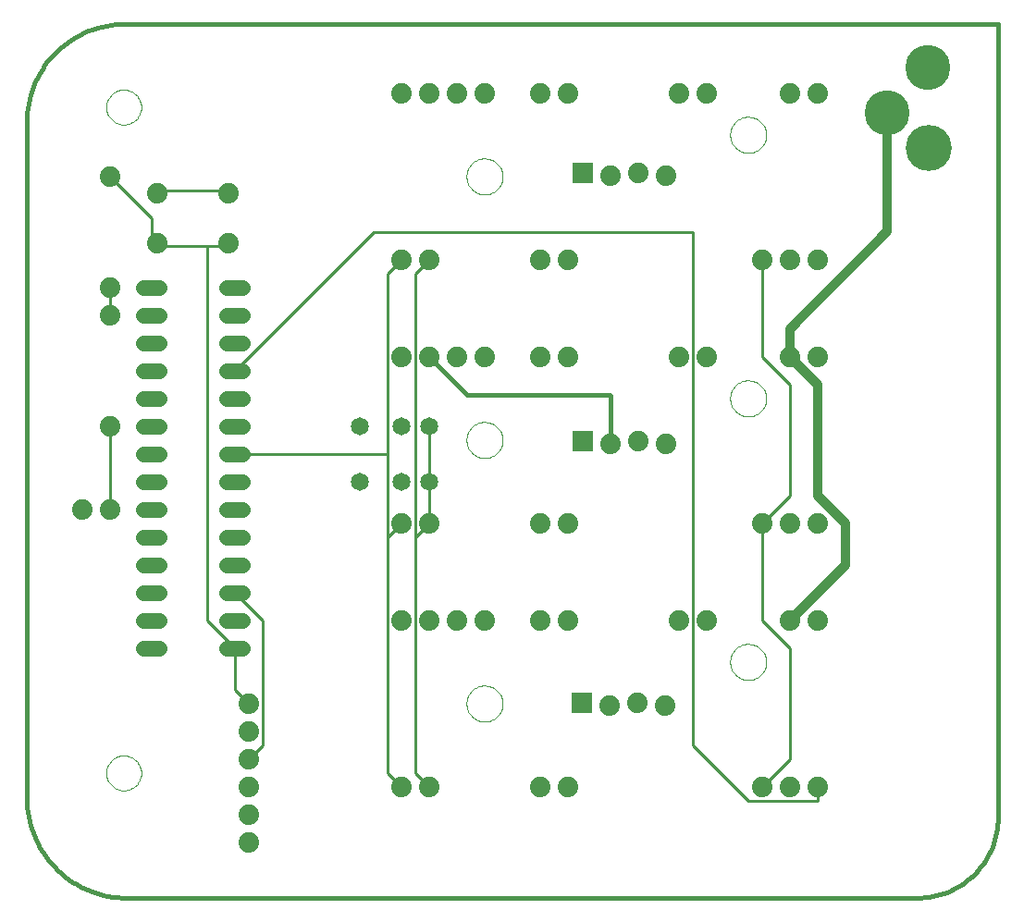
<source format=gtl>
G75*
G70*
%OFA0B0*%
%FSLAX24Y24*%
%IPPOS*%
%LPD*%
%AMOC8*
5,1,8,0,0,1.08239X$1,22.5*
%
%ADD10C,0.0160*%
%ADD11C,0.0000*%
%ADD12C,0.0560*%
%ADD13C,0.0650*%
%ADD14C,0.1660*%
%ADD15C,0.1620*%
%ADD16C,0.0740*%
%ADD17R,0.0740X0.0740*%
%ADD18C,0.0100*%
%ADD19C,0.0320*%
D10*
X003786Y000180D02*
X032265Y000180D01*
X032404Y000183D01*
X032542Y000193D01*
X032680Y000210D01*
X032817Y000233D01*
X032952Y000262D01*
X033086Y000298D01*
X033218Y000340D01*
X033348Y000389D01*
X033476Y000443D01*
X033601Y000504D01*
X033723Y000571D01*
X033841Y000643D01*
X033956Y000721D01*
X034067Y000804D01*
X034174Y000892D01*
X034277Y000985D01*
X034375Y001083D01*
X034468Y001186D01*
X034556Y001293D01*
X034639Y001404D01*
X034717Y001519D01*
X034789Y001638D01*
X034856Y001759D01*
X034917Y001884D01*
X034971Y002012D01*
X035020Y002142D01*
X035062Y002274D01*
X035098Y002408D01*
X035127Y002543D01*
X035150Y002680D01*
X035167Y002818D01*
X035177Y002956D01*
X035180Y003095D01*
X035180Y031680D01*
X003716Y031680D01*
X003548Y031676D01*
X003380Y031664D01*
X003213Y031644D01*
X003047Y031616D01*
X002882Y031580D01*
X002720Y031537D01*
X002559Y031486D01*
X002402Y031427D01*
X002247Y031360D01*
X002096Y031287D01*
X001948Y031206D01*
X001804Y031119D01*
X001665Y031024D01*
X001530Y030923D01*
X001400Y030816D01*
X001276Y030703D01*
X001157Y030584D01*
X001044Y030460D01*
X000937Y030330D01*
X000836Y030195D01*
X000741Y030056D01*
X000654Y029912D01*
X000573Y029764D01*
X000500Y029613D01*
X000433Y029458D01*
X000374Y029301D01*
X000323Y029140D01*
X000280Y028978D01*
X000244Y028813D01*
X000216Y028647D01*
X000196Y028480D01*
X000184Y028312D01*
X000180Y028144D01*
X000180Y003786D01*
X000184Y003614D01*
X000196Y003443D01*
X000217Y003273D01*
X000245Y003104D01*
X000282Y002936D01*
X000326Y002770D01*
X000378Y002607D01*
X000438Y002446D01*
X000506Y002288D01*
X000581Y002134D01*
X000663Y001983D01*
X000752Y001836D01*
X000849Y001694D01*
X000951Y001557D01*
X001061Y001425D01*
X001176Y001298D01*
X001298Y001176D01*
X001425Y001061D01*
X001557Y000951D01*
X001694Y000849D01*
X001836Y000752D01*
X001983Y000663D01*
X002134Y000581D01*
X002288Y000506D01*
X002446Y000438D01*
X002607Y000378D01*
X002770Y000326D01*
X002936Y000282D01*
X003104Y000245D01*
X003273Y000217D01*
X003443Y000196D01*
X003614Y000184D01*
X003786Y000180D01*
X021221Y016557D02*
X021221Y018268D01*
X021196Y018292D01*
X016068Y018292D01*
X014680Y019680D01*
D11*
X016030Y016680D02*
X016032Y016730D01*
X016038Y016780D01*
X016048Y016830D01*
X016061Y016878D01*
X016078Y016926D01*
X016099Y016972D01*
X016123Y017016D01*
X016151Y017058D01*
X016182Y017098D01*
X016216Y017135D01*
X016253Y017170D01*
X016292Y017201D01*
X016333Y017230D01*
X016377Y017255D01*
X016423Y017277D01*
X016470Y017295D01*
X016518Y017309D01*
X016567Y017320D01*
X016617Y017327D01*
X016667Y017330D01*
X016718Y017329D01*
X016768Y017324D01*
X016818Y017315D01*
X016866Y017303D01*
X016914Y017286D01*
X016960Y017266D01*
X017005Y017243D01*
X017048Y017216D01*
X017088Y017186D01*
X017126Y017153D01*
X017161Y017117D01*
X017194Y017078D01*
X017223Y017037D01*
X017249Y016994D01*
X017272Y016949D01*
X017291Y016902D01*
X017306Y016854D01*
X017318Y016805D01*
X017326Y016755D01*
X017330Y016705D01*
X017330Y016655D01*
X017326Y016605D01*
X017318Y016555D01*
X017306Y016506D01*
X017291Y016458D01*
X017272Y016411D01*
X017249Y016366D01*
X017223Y016323D01*
X017194Y016282D01*
X017161Y016243D01*
X017126Y016207D01*
X017088Y016174D01*
X017048Y016144D01*
X017005Y016117D01*
X016960Y016094D01*
X016914Y016074D01*
X016866Y016057D01*
X016818Y016045D01*
X016768Y016036D01*
X016718Y016031D01*
X016667Y016030D01*
X016617Y016033D01*
X016567Y016040D01*
X016518Y016051D01*
X016470Y016065D01*
X016423Y016083D01*
X016377Y016105D01*
X016333Y016130D01*
X016292Y016159D01*
X016253Y016190D01*
X016216Y016225D01*
X016182Y016262D01*
X016151Y016302D01*
X016123Y016344D01*
X016099Y016388D01*
X016078Y016434D01*
X016061Y016482D01*
X016048Y016530D01*
X016038Y016580D01*
X016032Y016630D01*
X016030Y016680D01*
X016030Y026180D02*
X016032Y026230D01*
X016038Y026280D01*
X016048Y026330D01*
X016061Y026378D01*
X016078Y026426D01*
X016099Y026472D01*
X016123Y026516D01*
X016151Y026558D01*
X016182Y026598D01*
X016216Y026635D01*
X016253Y026670D01*
X016292Y026701D01*
X016333Y026730D01*
X016377Y026755D01*
X016423Y026777D01*
X016470Y026795D01*
X016518Y026809D01*
X016567Y026820D01*
X016617Y026827D01*
X016667Y026830D01*
X016718Y026829D01*
X016768Y026824D01*
X016818Y026815D01*
X016866Y026803D01*
X016914Y026786D01*
X016960Y026766D01*
X017005Y026743D01*
X017048Y026716D01*
X017088Y026686D01*
X017126Y026653D01*
X017161Y026617D01*
X017194Y026578D01*
X017223Y026537D01*
X017249Y026494D01*
X017272Y026449D01*
X017291Y026402D01*
X017306Y026354D01*
X017318Y026305D01*
X017326Y026255D01*
X017330Y026205D01*
X017330Y026155D01*
X017326Y026105D01*
X017318Y026055D01*
X017306Y026006D01*
X017291Y025958D01*
X017272Y025911D01*
X017249Y025866D01*
X017223Y025823D01*
X017194Y025782D01*
X017161Y025743D01*
X017126Y025707D01*
X017088Y025674D01*
X017048Y025644D01*
X017005Y025617D01*
X016960Y025594D01*
X016914Y025574D01*
X016866Y025557D01*
X016818Y025545D01*
X016768Y025536D01*
X016718Y025531D01*
X016667Y025530D01*
X016617Y025533D01*
X016567Y025540D01*
X016518Y025551D01*
X016470Y025565D01*
X016423Y025583D01*
X016377Y025605D01*
X016333Y025630D01*
X016292Y025659D01*
X016253Y025690D01*
X016216Y025725D01*
X016182Y025762D01*
X016151Y025802D01*
X016123Y025844D01*
X016099Y025888D01*
X016078Y025934D01*
X016061Y025982D01*
X016048Y026030D01*
X016038Y026080D01*
X016032Y026130D01*
X016030Y026180D01*
X025530Y027680D02*
X025532Y027730D01*
X025538Y027780D01*
X025548Y027830D01*
X025561Y027878D01*
X025578Y027926D01*
X025599Y027972D01*
X025623Y028016D01*
X025651Y028058D01*
X025682Y028098D01*
X025716Y028135D01*
X025753Y028170D01*
X025792Y028201D01*
X025833Y028230D01*
X025877Y028255D01*
X025923Y028277D01*
X025970Y028295D01*
X026018Y028309D01*
X026067Y028320D01*
X026117Y028327D01*
X026167Y028330D01*
X026218Y028329D01*
X026268Y028324D01*
X026318Y028315D01*
X026366Y028303D01*
X026414Y028286D01*
X026460Y028266D01*
X026505Y028243D01*
X026548Y028216D01*
X026588Y028186D01*
X026626Y028153D01*
X026661Y028117D01*
X026694Y028078D01*
X026723Y028037D01*
X026749Y027994D01*
X026772Y027949D01*
X026791Y027902D01*
X026806Y027854D01*
X026818Y027805D01*
X026826Y027755D01*
X026830Y027705D01*
X026830Y027655D01*
X026826Y027605D01*
X026818Y027555D01*
X026806Y027506D01*
X026791Y027458D01*
X026772Y027411D01*
X026749Y027366D01*
X026723Y027323D01*
X026694Y027282D01*
X026661Y027243D01*
X026626Y027207D01*
X026588Y027174D01*
X026548Y027144D01*
X026505Y027117D01*
X026460Y027094D01*
X026414Y027074D01*
X026366Y027057D01*
X026318Y027045D01*
X026268Y027036D01*
X026218Y027031D01*
X026167Y027030D01*
X026117Y027033D01*
X026067Y027040D01*
X026018Y027051D01*
X025970Y027065D01*
X025923Y027083D01*
X025877Y027105D01*
X025833Y027130D01*
X025792Y027159D01*
X025753Y027190D01*
X025716Y027225D01*
X025682Y027262D01*
X025651Y027302D01*
X025623Y027344D01*
X025599Y027388D01*
X025578Y027434D01*
X025561Y027482D01*
X025548Y027530D01*
X025538Y027580D01*
X025532Y027630D01*
X025530Y027680D01*
X025530Y018180D02*
X025532Y018230D01*
X025538Y018280D01*
X025548Y018330D01*
X025561Y018378D01*
X025578Y018426D01*
X025599Y018472D01*
X025623Y018516D01*
X025651Y018558D01*
X025682Y018598D01*
X025716Y018635D01*
X025753Y018670D01*
X025792Y018701D01*
X025833Y018730D01*
X025877Y018755D01*
X025923Y018777D01*
X025970Y018795D01*
X026018Y018809D01*
X026067Y018820D01*
X026117Y018827D01*
X026167Y018830D01*
X026218Y018829D01*
X026268Y018824D01*
X026318Y018815D01*
X026366Y018803D01*
X026414Y018786D01*
X026460Y018766D01*
X026505Y018743D01*
X026548Y018716D01*
X026588Y018686D01*
X026626Y018653D01*
X026661Y018617D01*
X026694Y018578D01*
X026723Y018537D01*
X026749Y018494D01*
X026772Y018449D01*
X026791Y018402D01*
X026806Y018354D01*
X026818Y018305D01*
X026826Y018255D01*
X026830Y018205D01*
X026830Y018155D01*
X026826Y018105D01*
X026818Y018055D01*
X026806Y018006D01*
X026791Y017958D01*
X026772Y017911D01*
X026749Y017866D01*
X026723Y017823D01*
X026694Y017782D01*
X026661Y017743D01*
X026626Y017707D01*
X026588Y017674D01*
X026548Y017644D01*
X026505Y017617D01*
X026460Y017594D01*
X026414Y017574D01*
X026366Y017557D01*
X026318Y017545D01*
X026268Y017536D01*
X026218Y017531D01*
X026167Y017530D01*
X026117Y017533D01*
X026067Y017540D01*
X026018Y017551D01*
X025970Y017565D01*
X025923Y017583D01*
X025877Y017605D01*
X025833Y017630D01*
X025792Y017659D01*
X025753Y017690D01*
X025716Y017725D01*
X025682Y017762D01*
X025651Y017802D01*
X025623Y017844D01*
X025599Y017888D01*
X025578Y017934D01*
X025561Y017982D01*
X025548Y018030D01*
X025538Y018080D01*
X025532Y018130D01*
X025530Y018180D01*
X025530Y008680D02*
X025532Y008730D01*
X025538Y008780D01*
X025548Y008830D01*
X025561Y008878D01*
X025578Y008926D01*
X025599Y008972D01*
X025623Y009016D01*
X025651Y009058D01*
X025682Y009098D01*
X025716Y009135D01*
X025753Y009170D01*
X025792Y009201D01*
X025833Y009230D01*
X025877Y009255D01*
X025923Y009277D01*
X025970Y009295D01*
X026018Y009309D01*
X026067Y009320D01*
X026117Y009327D01*
X026167Y009330D01*
X026218Y009329D01*
X026268Y009324D01*
X026318Y009315D01*
X026366Y009303D01*
X026414Y009286D01*
X026460Y009266D01*
X026505Y009243D01*
X026548Y009216D01*
X026588Y009186D01*
X026626Y009153D01*
X026661Y009117D01*
X026694Y009078D01*
X026723Y009037D01*
X026749Y008994D01*
X026772Y008949D01*
X026791Y008902D01*
X026806Y008854D01*
X026818Y008805D01*
X026826Y008755D01*
X026830Y008705D01*
X026830Y008655D01*
X026826Y008605D01*
X026818Y008555D01*
X026806Y008506D01*
X026791Y008458D01*
X026772Y008411D01*
X026749Y008366D01*
X026723Y008323D01*
X026694Y008282D01*
X026661Y008243D01*
X026626Y008207D01*
X026588Y008174D01*
X026548Y008144D01*
X026505Y008117D01*
X026460Y008094D01*
X026414Y008074D01*
X026366Y008057D01*
X026318Y008045D01*
X026268Y008036D01*
X026218Y008031D01*
X026167Y008030D01*
X026117Y008033D01*
X026067Y008040D01*
X026018Y008051D01*
X025970Y008065D01*
X025923Y008083D01*
X025877Y008105D01*
X025833Y008130D01*
X025792Y008159D01*
X025753Y008190D01*
X025716Y008225D01*
X025682Y008262D01*
X025651Y008302D01*
X025623Y008344D01*
X025599Y008388D01*
X025578Y008434D01*
X025561Y008482D01*
X025548Y008530D01*
X025538Y008580D01*
X025532Y008630D01*
X025530Y008680D01*
X016030Y007180D02*
X016032Y007230D01*
X016038Y007280D01*
X016048Y007330D01*
X016061Y007378D01*
X016078Y007426D01*
X016099Y007472D01*
X016123Y007516D01*
X016151Y007558D01*
X016182Y007598D01*
X016216Y007635D01*
X016253Y007670D01*
X016292Y007701D01*
X016333Y007730D01*
X016377Y007755D01*
X016423Y007777D01*
X016470Y007795D01*
X016518Y007809D01*
X016567Y007820D01*
X016617Y007827D01*
X016667Y007830D01*
X016718Y007829D01*
X016768Y007824D01*
X016818Y007815D01*
X016866Y007803D01*
X016914Y007786D01*
X016960Y007766D01*
X017005Y007743D01*
X017048Y007716D01*
X017088Y007686D01*
X017126Y007653D01*
X017161Y007617D01*
X017194Y007578D01*
X017223Y007537D01*
X017249Y007494D01*
X017272Y007449D01*
X017291Y007402D01*
X017306Y007354D01*
X017318Y007305D01*
X017326Y007255D01*
X017330Y007205D01*
X017330Y007155D01*
X017326Y007105D01*
X017318Y007055D01*
X017306Y007006D01*
X017291Y006958D01*
X017272Y006911D01*
X017249Y006866D01*
X017223Y006823D01*
X017194Y006782D01*
X017161Y006743D01*
X017126Y006707D01*
X017088Y006674D01*
X017048Y006644D01*
X017005Y006617D01*
X016960Y006594D01*
X016914Y006574D01*
X016866Y006557D01*
X016818Y006545D01*
X016768Y006536D01*
X016718Y006531D01*
X016667Y006530D01*
X016617Y006533D01*
X016567Y006540D01*
X016518Y006551D01*
X016470Y006565D01*
X016423Y006583D01*
X016377Y006605D01*
X016333Y006630D01*
X016292Y006659D01*
X016253Y006690D01*
X016216Y006725D01*
X016182Y006762D01*
X016151Y006802D01*
X016123Y006844D01*
X016099Y006888D01*
X016078Y006934D01*
X016061Y006982D01*
X016048Y007030D01*
X016038Y007080D01*
X016032Y007130D01*
X016030Y007180D01*
X003050Y004680D02*
X003052Y004730D01*
X003058Y004780D01*
X003068Y004829D01*
X003082Y004877D01*
X003099Y004924D01*
X003120Y004969D01*
X003145Y005013D01*
X003173Y005054D01*
X003205Y005093D01*
X003239Y005130D01*
X003276Y005164D01*
X003316Y005194D01*
X003358Y005221D01*
X003402Y005245D01*
X003448Y005266D01*
X003495Y005282D01*
X003543Y005295D01*
X003593Y005304D01*
X003642Y005309D01*
X003693Y005310D01*
X003743Y005307D01*
X003792Y005300D01*
X003841Y005289D01*
X003889Y005274D01*
X003935Y005256D01*
X003980Y005234D01*
X004023Y005208D01*
X004064Y005179D01*
X004103Y005147D01*
X004139Y005112D01*
X004171Y005074D01*
X004201Y005034D01*
X004228Y004991D01*
X004251Y004947D01*
X004270Y004901D01*
X004286Y004853D01*
X004298Y004804D01*
X004306Y004755D01*
X004310Y004705D01*
X004310Y004655D01*
X004306Y004605D01*
X004298Y004556D01*
X004286Y004507D01*
X004270Y004459D01*
X004251Y004413D01*
X004228Y004369D01*
X004201Y004326D01*
X004171Y004286D01*
X004139Y004248D01*
X004103Y004213D01*
X004064Y004181D01*
X004023Y004152D01*
X003980Y004126D01*
X003935Y004104D01*
X003889Y004086D01*
X003841Y004071D01*
X003792Y004060D01*
X003743Y004053D01*
X003693Y004050D01*
X003642Y004051D01*
X003593Y004056D01*
X003543Y004065D01*
X003495Y004078D01*
X003448Y004094D01*
X003402Y004115D01*
X003358Y004139D01*
X003316Y004166D01*
X003276Y004196D01*
X003239Y004230D01*
X003205Y004267D01*
X003173Y004306D01*
X003145Y004347D01*
X003120Y004391D01*
X003099Y004436D01*
X003082Y004483D01*
X003068Y004531D01*
X003058Y004580D01*
X003052Y004630D01*
X003050Y004680D01*
X003050Y028680D02*
X003052Y028730D01*
X003058Y028780D01*
X003068Y028829D01*
X003082Y028877D01*
X003099Y028924D01*
X003120Y028969D01*
X003145Y029013D01*
X003173Y029054D01*
X003205Y029093D01*
X003239Y029130D01*
X003276Y029164D01*
X003316Y029194D01*
X003358Y029221D01*
X003402Y029245D01*
X003448Y029266D01*
X003495Y029282D01*
X003543Y029295D01*
X003593Y029304D01*
X003642Y029309D01*
X003693Y029310D01*
X003743Y029307D01*
X003792Y029300D01*
X003841Y029289D01*
X003889Y029274D01*
X003935Y029256D01*
X003980Y029234D01*
X004023Y029208D01*
X004064Y029179D01*
X004103Y029147D01*
X004139Y029112D01*
X004171Y029074D01*
X004201Y029034D01*
X004228Y028991D01*
X004251Y028947D01*
X004270Y028901D01*
X004286Y028853D01*
X004298Y028804D01*
X004306Y028755D01*
X004310Y028705D01*
X004310Y028655D01*
X004306Y028605D01*
X004298Y028556D01*
X004286Y028507D01*
X004270Y028459D01*
X004251Y028413D01*
X004228Y028369D01*
X004201Y028326D01*
X004171Y028286D01*
X004139Y028248D01*
X004103Y028213D01*
X004064Y028181D01*
X004023Y028152D01*
X003980Y028126D01*
X003935Y028104D01*
X003889Y028086D01*
X003841Y028071D01*
X003792Y028060D01*
X003743Y028053D01*
X003693Y028050D01*
X003642Y028051D01*
X003593Y028056D01*
X003543Y028065D01*
X003495Y028078D01*
X003448Y028094D01*
X003402Y028115D01*
X003358Y028139D01*
X003316Y028166D01*
X003276Y028196D01*
X003239Y028230D01*
X003205Y028267D01*
X003173Y028306D01*
X003145Y028347D01*
X003120Y028391D01*
X003099Y028436D01*
X003082Y028483D01*
X003068Y028531D01*
X003058Y028580D01*
X003052Y028630D01*
X003050Y028680D01*
D12*
X004400Y022180D02*
X004960Y022180D01*
X004960Y021180D02*
X004400Y021180D01*
X004400Y020180D02*
X004960Y020180D01*
X004960Y019180D02*
X004400Y019180D01*
X004400Y018180D02*
X004960Y018180D01*
X004960Y017180D02*
X004400Y017180D01*
X004400Y016180D02*
X004960Y016180D01*
X004960Y015180D02*
X004400Y015180D01*
X004400Y014180D02*
X004960Y014180D01*
X004960Y013180D02*
X004400Y013180D01*
X004400Y012180D02*
X004960Y012180D01*
X004960Y011180D02*
X004400Y011180D01*
X004400Y010180D02*
X004960Y010180D01*
X004960Y009180D02*
X004400Y009180D01*
X007400Y009180D02*
X007960Y009180D01*
X007960Y010180D02*
X007400Y010180D01*
X007400Y011180D02*
X007960Y011180D01*
X007960Y012180D02*
X007400Y012180D01*
X007400Y013180D02*
X007960Y013180D01*
X007960Y014180D02*
X007400Y014180D01*
X007400Y015180D02*
X007960Y015180D01*
X007960Y016180D02*
X007400Y016180D01*
X007400Y017180D02*
X007960Y017180D01*
X007960Y018180D02*
X007400Y018180D01*
X007400Y019180D02*
X007960Y019180D01*
X007960Y020180D02*
X007400Y020180D01*
X007400Y021180D02*
X007960Y021180D01*
X007960Y022180D02*
X007400Y022180D01*
D13*
X012180Y017180D03*
X013680Y017180D03*
X014680Y017180D03*
X014680Y015180D03*
X013680Y015180D03*
X012180Y015180D03*
D14*
X032680Y027216D03*
D15*
X031199Y028467D03*
X032670Y030099D03*
D16*
X028680Y029180D03*
X027680Y029180D03*
X024680Y029180D03*
X023680Y029180D03*
X022216Y026309D03*
X023216Y026209D03*
X021216Y026209D03*
X019680Y029180D03*
X018680Y029180D03*
X016680Y029180D03*
X015680Y029180D03*
X014680Y029180D03*
X013680Y029180D03*
X007460Y025570D03*
X007460Y023790D03*
X004900Y023790D03*
X003180Y022180D03*
X003180Y021180D03*
X003180Y017180D03*
X003180Y014180D03*
X002180Y014180D03*
X008180Y007180D03*
X008180Y006180D03*
X008180Y005180D03*
X008180Y004180D03*
X008180Y003180D03*
X008180Y002180D03*
X013680Y004180D03*
X014680Y004180D03*
X018680Y004180D03*
X019680Y004180D03*
X021196Y007112D03*
X022196Y007212D03*
X023196Y007112D03*
X023680Y010180D03*
X024680Y010180D03*
X027680Y010180D03*
X028680Y010180D03*
X028680Y013680D03*
X027680Y013680D03*
X026680Y013680D03*
X023221Y016557D03*
X022221Y016657D03*
X021221Y016557D03*
X019680Y013680D03*
X018680Y013680D03*
X018680Y010180D03*
X019680Y010180D03*
X016680Y010180D03*
X015680Y010180D03*
X014680Y010180D03*
X013680Y010180D03*
X013680Y013680D03*
X014680Y013680D03*
X014680Y019680D03*
X013680Y019680D03*
X015680Y019680D03*
X016680Y019680D03*
X018680Y019680D03*
X019680Y019680D03*
X019680Y023180D03*
X018680Y023180D03*
X014680Y023180D03*
X013680Y023180D03*
X004900Y025570D03*
X003180Y026180D03*
X023680Y019680D03*
X024680Y019680D03*
X027680Y019680D03*
X028680Y019680D03*
X028680Y023180D03*
X027680Y023180D03*
X026680Y023180D03*
X026680Y004180D03*
X027680Y004180D03*
X028680Y004180D03*
D17*
X020196Y007212D03*
X020221Y016657D03*
X020216Y026309D03*
D18*
X024180Y024180D02*
X024180Y005680D01*
X026180Y003680D01*
X028680Y003680D01*
X028680Y004180D01*
X027680Y005180D02*
X027680Y009180D01*
X026680Y010180D01*
X026680Y013680D01*
X027680Y014680D01*
X027680Y018680D01*
X026680Y019680D01*
X026680Y023180D01*
X024180Y024180D02*
X012680Y024180D01*
X007680Y019180D01*
X007680Y016180D02*
X013180Y016180D01*
X013180Y022680D01*
X013680Y023180D01*
X014180Y022680D02*
X014180Y013180D01*
X014680Y013680D01*
X014680Y015180D01*
X014680Y017180D01*
X013180Y016180D02*
X013180Y013180D01*
X013680Y013680D01*
X013180Y013180D02*
X013180Y004680D01*
X013680Y004180D01*
X014180Y004680D02*
X014180Y013180D01*
X008680Y010180D02*
X008680Y005680D01*
X008180Y005180D01*
X008180Y007180D02*
X007680Y007680D01*
X007680Y009180D01*
X006680Y010180D01*
X006680Y023680D01*
X005180Y023680D01*
X004900Y023790D01*
X004680Y023680D01*
X004680Y024680D01*
X003180Y026180D01*
X004900Y025570D02*
X005180Y025680D01*
X007180Y025680D01*
X007460Y025570D01*
X007460Y023790D02*
X007180Y023680D01*
X006680Y023680D01*
X003180Y022180D02*
X003180Y021180D01*
X003180Y017180D02*
X003180Y014180D01*
X007680Y011180D02*
X008680Y010180D01*
X014180Y004680D02*
X014680Y004180D01*
X026680Y004180D02*
X027680Y005180D01*
X014180Y022680D02*
X014680Y023180D01*
D19*
X027680Y020680D02*
X027680Y019680D01*
X028680Y018680D01*
X028680Y014680D01*
X029680Y013680D01*
X029680Y012180D01*
X027680Y010180D01*
X027680Y020680D02*
X031199Y024199D01*
X031199Y028467D01*
M02*

</source>
